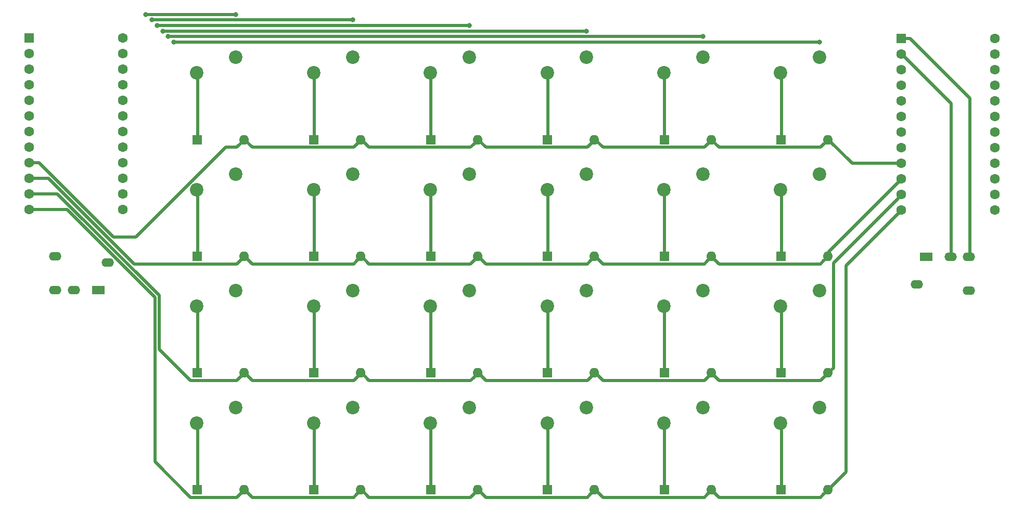
<source format=gbl>
G04 #@! TF.GenerationSoftware,KiCad,Pcbnew,(5.0.2)-1*
G04 #@! TF.CreationDate,2019-02-28T20:13:41+09:00*
G04 #@! TF.ProjectId,Keyboard,4b657962-6f61-4726-942e-6b696361645f,rev?*
G04 #@! TF.SameCoordinates,Original*
G04 #@! TF.FileFunction,Copper,L2,Bot*
G04 #@! TF.FilePolarity,Positive*
%FSLAX46Y46*%
G04 Gerber Fmt 4.6, Leading zero omitted, Abs format (unit mm)*
G04 Created by KiCad (PCBNEW (5.0.2)-1) date 2019/02/28 20:13:41*
%MOMM*%
%LPD*%
G01*
G04 APERTURE LIST*
G04 #@! TA.AperFunction,ComponentPad*
%ADD10C,2.200000*%
G04 #@! TD*
G04 #@! TA.AperFunction,ComponentPad*
%ADD11R,1.600000X1.600000*%
G04 #@! TD*
G04 #@! TA.AperFunction,ComponentPad*
%ADD12O,1.600000X1.600000*%
G04 #@! TD*
G04 #@! TA.AperFunction,ComponentPad*
%ADD13C,1.600000*%
G04 #@! TD*
G04 #@! TA.AperFunction,ComponentPad*
%ADD14O,2.000000X1.400000*%
G04 #@! TD*
G04 #@! TA.AperFunction,ComponentPad*
%ADD15R,2.000000X1.400000*%
G04 #@! TD*
G04 #@! TA.AperFunction,ViaPad*
%ADD16C,0.800000*%
G04 #@! TD*
G04 #@! TA.AperFunction,Conductor*
%ADD17C,0.500000*%
G04 #@! TD*
G04 APERTURE END LIST*
D10*
G04 #@! TO.P,K23,2*
G04 #@! TO.N,Net-(D23-Pad1)*
X33850000Y-68640000D03*
G04 #@! TO.P,K23,1*
G04 #@! TO.N,COL0*
X40200000Y-66100000D03*
G04 #@! TD*
G04 #@! TO.P,K24,1*
G04 #@! TO.N,COL1*
X59200000Y-66100000D03*
G04 #@! TO.P,K24,2*
G04 #@! TO.N,Net-(D24-Pad1)*
X52850000Y-68640000D03*
G04 #@! TD*
D11*
G04 #@! TO.P,D24,1*
G04 #@! TO.N,Net-(D24-Pad1)*
X52900000Y-79500000D03*
D12*
G04 #@! TO.P,D24,2*
G04 #@! TO.N,ROW3*
X60520000Y-79500000D03*
G04 #@! TD*
G04 #@! TO.P,D23,2*
G04 #@! TO.N,ROW3*
X41520000Y-79500000D03*
D11*
G04 #@! TO.P,D23,1*
G04 #@! TO.N,Net-(D23-Pad1)*
X33900000Y-79500000D03*
G04 #@! TD*
G04 #@! TO.P,U2,1*
G04 #@! TO.N,TX2*
X6580000Y-5930000D03*
D13*
G04 #@! TO.P,U2,2*
G04 #@! TO.N,RX2*
X6580000Y-8470000D03*
G04 #@! TO.P,U2,3*
G04 #@! TO.N,Net-(U2-Pad3)*
X6580000Y-11010000D03*
G04 #@! TO.P,U2,4*
G04 #@! TO.N,Net-(U2-Pad4)*
X6580000Y-13550000D03*
G04 #@! TO.P,U2,5*
G04 #@! TO.N,Net-(U2-Pad5)*
X6580000Y-16090000D03*
G04 #@! TO.P,U2,6*
G04 #@! TO.N,Net-(U2-Pad6)*
X6580000Y-18630000D03*
G04 #@! TO.P,U2,7*
G04 #@! TO.N,Net-(U2-Pad7)*
X6580000Y-21170000D03*
G04 #@! TO.P,U2,8*
G04 #@! TO.N,Net-(U2-Pad8)*
X6580000Y-23710000D03*
G04 #@! TO.P,U2,9*
G04 #@! TO.N,ROW0*
X6580000Y-26250000D03*
G04 #@! TO.P,U2,10*
G04 #@! TO.N,ROW1*
X6580000Y-28790000D03*
G04 #@! TO.P,U2,11*
G04 #@! TO.N,ROW2*
X6580000Y-31330000D03*
G04 #@! TO.P,U2,12*
G04 #@! TO.N,ROW3*
X6580000Y-33870000D03*
G04 #@! TO.P,U2,13*
G04 #@! TO.N,COL5*
X21820000Y-33870000D03*
G04 #@! TO.P,U2,14*
G04 #@! TO.N,COL4*
X21820000Y-31330000D03*
G04 #@! TO.P,U2,15*
G04 #@! TO.N,COL3*
X21820000Y-28790000D03*
G04 #@! TO.P,U2,16*
G04 #@! TO.N,COL2*
X21820000Y-26250000D03*
G04 #@! TO.P,U2,17*
G04 #@! TO.N,COL1*
X21820000Y-23710000D03*
G04 #@! TO.P,U2,18*
G04 #@! TO.N,COL0*
X21820000Y-21170000D03*
G04 #@! TO.P,U2,19*
G04 #@! TO.N,Net-(U2-Pad19)*
X21820000Y-18630000D03*
G04 #@! TO.P,U2,20*
G04 #@! TO.N,Net-(U2-Pad20)*
X21820000Y-16090000D03*
G04 #@! TO.P,U2,21*
G04 #@! TO.N,Net-(U2-Pad21)*
X21820000Y-13550000D03*
G04 #@! TO.P,U2,22*
G04 #@! TO.N,Net-(U2-Pad22)*
X21820000Y-11010000D03*
G04 #@! TO.P,U2,23*
G04 #@! TO.N,Net-(U2-Pad23)*
X21820000Y-8470000D03*
G04 #@! TO.P,U2,24*
G04 #@! TO.N,Net-(U2-Pad24)*
X21820000Y-5930000D03*
G04 #@! TD*
D10*
G04 #@! TO.P,K3,1*
G04 #@! TO.N,COL0*
X40200000Y-47100000D03*
G04 #@! TO.P,K3,2*
G04 #@! TO.N,Net-(D3-Pad1)*
X33850000Y-49640000D03*
G04 #@! TD*
G04 #@! TO.P,K7,1*
G04 #@! TO.N,COL2*
X78200000Y-9100000D03*
G04 #@! TO.P,K7,2*
G04 #@! TO.N,Net-(D7-Pad1)*
X71850000Y-11640000D03*
G04 #@! TD*
G04 #@! TO.P,K8,1*
G04 #@! TO.N,COL2*
X78200000Y-28100000D03*
G04 #@! TO.P,K8,2*
G04 #@! TO.N,Net-(D8-Pad1)*
X71850000Y-30640000D03*
G04 #@! TD*
D11*
G04 #@! TO.P,D2,1*
G04 #@! TO.N,Net-(D2-Pad1)*
X33900000Y-41500000D03*
D12*
G04 #@! TO.P,D2,2*
G04 #@! TO.N,ROW1*
X41520000Y-41500000D03*
G04 #@! TD*
D11*
G04 #@! TO.P,D7,1*
G04 #@! TO.N,Net-(D7-Pad1)*
X71900000Y-22500000D03*
D12*
G04 #@! TO.P,D7,2*
G04 #@! TO.N,ROW0*
X79520000Y-22500000D03*
G04 #@! TD*
D11*
G04 #@! TO.P,D10,1*
G04 #@! TO.N,Net-(D10-Pad1)*
X71900000Y-79500000D03*
D12*
G04 #@! TO.P,D10,2*
G04 #@! TO.N,ROW3*
X79520000Y-79500000D03*
G04 #@! TD*
G04 #@! TO.P,D9,2*
G04 #@! TO.N,ROW2*
X79520000Y-60500000D03*
D11*
G04 #@! TO.P,D9,1*
G04 #@! TO.N,Net-(D9-Pad1)*
X71900000Y-60500000D03*
G04 #@! TD*
G04 #@! TO.P,D16,1*
G04 #@! TO.N,Net-(D16-Pad1)*
X109900000Y-41500000D03*
D12*
G04 #@! TO.P,D16,2*
G04 #@! TO.N,ROW1*
X117520000Y-41500000D03*
G04 #@! TD*
D10*
G04 #@! TO.P,K4,2*
G04 #@! TO.N,Net-(D4-Pad1)*
X52850000Y-11640000D03*
G04 #@! TO.P,K4,1*
G04 #@! TO.N,COL1*
X59200000Y-9100000D03*
G04 #@! TD*
G04 #@! TO.P,K9,1*
G04 #@! TO.N,COL2*
X78200000Y-47100000D03*
G04 #@! TO.P,K9,2*
G04 #@! TO.N,Net-(D9-Pad1)*
X71850000Y-49640000D03*
G04 #@! TD*
G04 #@! TO.P,K5,1*
G04 #@! TO.N,COL1*
X59200000Y-28100000D03*
G04 #@! TO.P,K5,2*
G04 #@! TO.N,Net-(D5-Pad1)*
X52850000Y-30640000D03*
G04 #@! TD*
D12*
G04 #@! TO.P,D15,2*
G04 #@! TO.N,ROW0*
X117520000Y-22500000D03*
D11*
G04 #@! TO.P,D15,1*
G04 #@! TO.N,Net-(D15-Pad1)*
X109900000Y-22500000D03*
G04 #@! TD*
D12*
G04 #@! TO.P,D17,2*
G04 #@! TO.N,ROW2*
X117520000Y-60500000D03*
D11*
G04 #@! TO.P,D17,1*
G04 #@! TO.N,Net-(D17-Pad1)*
X109900000Y-60500000D03*
G04 #@! TD*
D12*
G04 #@! TO.P,D12,2*
G04 #@! TO.N,ROW1*
X98520000Y-41500000D03*
D11*
G04 #@! TO.P,D12,1*
G04 #@! TO.N,Net-(D12-Pad1)*
X90900000Y-41500000D03*
G04 #@! TD*
D12*
G04 #@! TO.P,D4,2*
G04 #@! TO.N,ROW0*
X60520000Y-22500000D03*
D11*
G04 #@! TO.P,D4,1*
G04 #@! TO.N,Net-(D4-Pad1)*
X52900000Y-22500000D03*
G04 #@! TD*
G04 #@! TO.P,D6,1*
G04 #@! TO.N,Net-(D6-Pad1)*
X52900000Y-60500000D03*
D12*
G04 #@! TO.P,D6,2*
G04 #@! TO.N,ROW2*
X60520000Y-60500000D03*
G04 #@! TD*
G04 #@! TO.P,D14,2*
G04 #@! TO.N,ROW3*
X98520000Y-79500000D03*
D11*
G04 #@! TO.P,D14,1*
G04 #@! TO.N,Net-(D14-Pad1)*
X90900000Y-79500000D03*
G04 #@! TD*
G04 #@! TO.P,D18,1*
G04 #@! TO.N,Net-(D18-Pad1)*
X109900000Y-79500000D03*
D12*
G04 #@! TO.P,D18,2*
G04 #@! TO.N,ROW3*
X117520000Y-79500000D03*
G04 #@! TD*
D11*
G04 #@! TO.P,D21,1*
G04 #@! TO.N,Net-(D21-Pad1)*
X128900000Y-60500000D03*
D12*
G04 #@! TO.P,D21,2*
G04 #@! TO.N,ROW2*
X136520000Y-60500000D03*
G04 #@! TD*
G04 #@! TO.P,D22,2*
G04 #@! TO.N,ROW3*
X136520000Y-79500000D03*
D11*
G04 #@! TO.P,D22,1*
G04 #@! TO.N,Net-(D22-Pad1)*
X128900000Y-79500000D03*
G04 #@! TD*
D12*
G04 #@! TO.P,D3,2*
G04 #@! TO.N,ROW2*
X41520000Y-60500000D03*
D11*
G04 #@! TO.P,D3,1*
G04 #@! TO.N,Net-(D3-Pad1)*
X33900000Y-60500000D03*
G04 #@! TD*
D10*
G04 #@! TO.P,K1,1*
G04 #@! TO.N,COL0*
X40200000Y-9100000D03*
G04 #@! TO.P,K1,2*
G04 #@! TO.N,Net-(D1-Pad1)*
X33850000Y-11640000D03*
G04 #@! TD*
G04 #@! TO.P,K2,2*
G04 #@! TO.N,Net-(D2-Pad1)*
X33850000Y-30640000D03*
G04 #@! TO.P,K2,1*
G04 #@! TO.N,COL0*
X40200000Y-28100000D03*
G04 #@! TD*
D11*
G04 #@! TO.P,D11,1*
G04 #@! TO.N,Net-(D11-Pad1)*
X90900000Y-22500000D03*
D12*
G04 #@! TO.P,D11,2*
G04 #@! TO.N,ROW0*
X98520000Y-22500000D03*
G04 #@! TD*
D10*
G04 #@! TO.P,K19,1*
G04 #@! TO.N,COL5*
X135200000Y-9100000D03*
G04 #@! TO.P,K19,2*
G04 #@! TO.N,Net-(D19-Pad1)*
X128850000Y-11640000D03*
G04 #@! TD*
D12*
G04 #@! TO.P,D20,2*
G04 #@! TO.N,ROW1*
X136520000Y-41500000D03*
D11*
G04 #@! TO.P,D20,1*
G04 #@! TO.N,Net-(D20-Pad1)*
X128900000Y-41500000D03*
G04 #@! TD*
G04 #@! TO.P,D8,1*
G04 #@! TO.N,Net-(D8-Pad1)*
X71900000Y-41500000D03*
D12*
G04 #@! TO.P,D8,2*
G04 #@! TO.N,ROW1*
X79520000Y-41500000D03*
G04 #@! TD*
D10*
G04 #@! TO.P,K6,2*
G04 #@! TO.N,Net-(D6-Pad1)*
X52850000Y-49640000D03*
G04 #@! TO.P,K6,1*
G04 #@! TO.N,COL1*
X59200000Y-47100000D03*
G04 #@! TD*
D12*
G04 #@! TO.P,D13,2*
G04 #@! TO.N,ROW2*
X98520000Y-60500000D03*
D11*
G04 #@! TO.P,D13,1*
G04 #@! TO.N,Net-(D13-Pad1)*
X90900000Y-60500000D03*
G04 #@! TD*
D10*
G04 #@! TO.P,K17,2*
G04 #@! TO.N,Net-(D17-Pad1)*
X109850000Y-49640000D03*
G04 #@! TO.P,K17,1*
G04 #@! TO.N,COL4*
X116200000Y-47100000D03*
G04 #@! TD*
D11*
G04 #@! TO.P,D1,1*
G04 #@! TO.N,Net-(D1-Pad1)*
X33900000Y-22500000D03*
D12*
G04 #@! TO.P,D1,2*
G04 #@! TO.N,ROW0*
X41520000Y-22500000D03*
G04 #@! TD*
G04 #@! TO.P,D5,2*
G04 #@! TO.N,ROW1*
X60520000Y-41500000D03*
D11*
G04 #@! TO.P,D5,1*
G04 #@! TO.N,Net-(D5-Pad1)*
X52900000Y-41500000D03*
G04 #@! TD*
G04 #@! TO.P,D19,1*
G04 #@! TO.N,Net-(D19-Pad1)*
X128900000Y-22500000D03*
D12*
G04 #@! TO.P,D19,2*
G04 #@! TO.N,ROW0*
X136520000Y-22500000D03*
G04 #@! TD*
D10*
G04 #@! TO.P,K14,1*
G04 #@! TO.N,COL3*
X97200000Y-66100000D03*
G04 #@! TO.P,K14,2*
G04 #@! TO.N,Net-(D14-Pad1)*
X90850000Y-68640000D03*
G04 #@! TD*
G04 #@! TO.P,K20,1*
G04 #@! TO.N,COL5*
X135200000Y-28100000D03*
G04 #@! TO.P,K20,2*
G04 #@! TO.N,Net-(D20-Pad1)*
X128850000Y-30640000D03*
G04 #@! TD*
G04 #@! TO.P,K22,2*
G04 #@! TO.N,Net-(D22-Pad1)*
X128850000Y-68640000D03*
G04 #@! TO.P,K22,1*
G04 #@! TO.N,COL5*
X135200000Y-66100000D03*
G04 #@! TD*
G04 #@! TO.P,K12,2*
G04 #@! TO.N,Net-(D12-Pad1)*
X90850000Y-30640000D03*
G04 #@! TO.P,K12,1*
G04 #@! TO.N,COL3*
X97200000Y-28100000D03*
G04 #@! TD*
G04 #@! TO.P,K11,2*
G04 #@! TO.N,Net-(D11-Pad1)*
X90850000Y-11640000D03*
G04 #@! TO.P,K11,1*
G04 #@! TO.N,COL3*
X97200000Y-9100000D03*
G04 #@! TD*
G04 #@! TO.P,K10,2*
G04 #@! TO.N,Net-(D10-Pad1)*
X71850000Y-68640000D03*
G04 #@! TO.P,K10,1*
G04 #@! TO.N,COL2*
X78200000Y-66100000D03*
G04 #@! TD*
G04 #@! TO.P,K15,1*
G04 #@! TO.N,COL4*
X116200000Y-9100000D03*
G04 #@! TO.P,K15,2*
G04 #@! TO.N,Net-(D15-Pad1)*
X109850000Y-11640000D03*
G04 #@! TD*
D13*
G04 #@! TO.P,U1,24*
G04 #@! TO.N,Net-(U1-Pad24)*
X163720000Y-6030000D03*
G04 #@! TO.P,U1,23*
G04 #@! TO.N,Net-(U1-Pad23)*
X163720000Y-8570000D03*
G04 #@! TO.P,U1,22*
G04 #@! TO.N,Net-(U1-Pad22)*
X163720000Y-11110000D03*
G04 #@! TO.P,U1,21*
G04 #@! TO.N,Net-(U1-Pad21)*
X163720000Y-13650000D03*
G04 #@! TO.P,U1,20*
G04 #@! TO.N,Net-(U1-Pad20)*
X163720000Y-16190000D03*
G04 #@! TO.P,U1,19*
G04 #@! TO.N,Net-(U1-Pad19)*
X163720000Y-18730000D03*
G04 #@! TO.P,U1,18*
G04 #@! TO.N,COL0*
X163720000Y-21270000D03*
G04 #@! TO.P,U1,17*
G04 #@! TO.N,COL1*
X163720000Y-23810000D03*
G04 #@! TO.P,U1,16*
G04 #@! TO.N,COL2*
X163720000Y-26350000D03*
G04 #@! TO.P,U1,15*
G04 #@! TO.N,COL3*
X163720000Y-28890000D03*
G04 #@! TO.P,U1,14*
G04 #@! TO.N,COL4*
X163720000Y-31430000D03*
G04 #@! TO.P,U1,13*
G04 #@! TO.N,COL5*
X163720000Y-33970000D03*
G04 #@! TO.P,U1,12*
G04 #@! TO.N,ROW3*
X148480000Y-33970000D03*
G04 #@! TO.P,U1,11*
G04 #@! TO.N,ROW2*
X148480000Y-31430000D03*
G04 #@! TO.P,U1,10*
G04 #@! TO.N,ROW1*
X148480000Y-28890000D03*
G04 #@! TO.P,U1,9*
G04 #@! TO.N,ROW0*
X148480000Y-26350000D03*
G04 #@! TO.P,U1,8*
G04 #@! TO.N,Net-(U1-Pad8)*
X148480000Y-23810000D03*
G04 #@! TO.P,U1,7*
G04 #@! TO.N,Net-(U1-Pad7)*
X148480000Y-21270000D03*
G04 #@! TO.P,U1,6*
G04 #@! TO.N,Net-(U1-Pad6)*
X148480000Y-18730000D03*
G04 #@! TO.P,U1,5*
G04 #@! TO.N,Net-(U1-Pad5)*
X148480000Y-16190000D03*
G04 #@! TO.P,U1,4*
G04 #@! TO.N,Net-(U1-Pad4)*
X148480000Y-13650000D03*
G04 #@! TO.P,U1,3*
G04 #@! TO.N,Net-(U1-Pad3)*
X148480000Y-11110000D03*
G04 #@! TO.P,U1,2*
G04 #@! TO.N,RX1*
X148480000Y-8570000D03*
D11*
G04 #@! TO.P,U1,1*
G04 #@! TO.N,TX1*
X148480000Y-6030000D03*
G04 #@! TD*
D10*
G04 #@! TO.P,K16,2*
G04 #@! TO.N,Net-(D16-Pad1)*
X109850000Y-30640000D03*
G04 #@! TO.P,K16,1*
G04 #@! TO.N,COL4*
X116200000Y-28100000D03*
G04 #@! TD*
G04 #@! TO.P,K18,2*
G04 #@! TO.N,Net-(D18-Pad1)*
X109850000Y-68640000D03*
G04 #@! TO.P,K18,1*
G04 #@! TO.N,COL4*
X116200000Y-66100000D03*
G04 #@! TD*
G04 #@! TO.P,K13,1*
G04 #@! TO.N,COL3*
X97200000Y-47100000D03*
G04 #@! TO.P,K13,2*
G04 #@! TO.N,Net-(D13-Pad1)*
X90850000Y-49640000D03*
G04 #@! TD*
G04 #@! TO.P,K21,2*
G04 #@! TO.N,Net-(D21-Pad1)*
X128850000Y-49640000D03*
G04 #@! TO.P,K21,1*
G04 #@! TO.N,COL5*
X135200000Y-47100000D03*
G04 #@! TD*
D14*
G04 #@! TO.P,J1,R2*
G04 #@! TO.N,TX1*
X159500000Y-41600000D03*
G04 #@! TO.P,J1,R1*
G04 #@! TO.N,RX1*
X156500000Y-41600000D03*
D15*
G04 #@! TO.P,J1,T*
G04 #@! TO.N,Net-(J1-PadT)*
X152500000Y-41600000D03*
D14*
G04 #@! TO.P,J1,S*
G04 #@! TO.N,Net-(J1-PadS)*
X151000000Y-46100000D03*
G04 #@! TO.P,J1,*
G04 #@! TO.N,*
X159500000Y-47100000D03*
G04 #@! TD*
G04 #@! TO.P,J2,*
G04 #@! TO.N,*
X10800000Y-41500000D03*
G04 #@! TO.P,J2,S*
G04 #@! TO.N,Net-(J2-PadS)*
X19300000Y-42500000D03*
D15*
G04 #@! TO.P,J2,T*
G04 #@! TO.N,Net-(J2-PadT)*
X17800000Y-47000000D03*
D14*
G04 #@! TO.P,J2,R1*
G04 #@! TO.N,TX2*
X13800000Y-47000000D03*
G04 #@! TO.P,J2,R2*
G04 #@! TO.N,RX2*
X10800000Y-47000000D03*
G04 #@! TD*
D16*
G04 #@! TO.N,COL0*
X40200000Y-2100000D03*
X25550000Y-2100000D03*
G04 #@! TO.N,COL1*
X59200000Y-3000000D03*
X26500000Y-3000000D03*
G04 #@! TO.N,COL2*
X78200000Y-3900000D03*
X27400000Y-3900000D03*
G04 #@! TO.N,COL3*
X97200000Y-4800000D03*
X28300000Y-4800000D03*
G04 #@! TO.N,COL4*
X116200000Y-5700000D03*
X29200000Y-5700000D03*
G04 #@! TO.N,COL5*
X135200000Y-6600000D03*
X30100000Y-6600000D03*
G04 #@! TD*
D17*
G04 #@! TO.N,ROW0*
X59820001Y-23299999D02*
X60620000Y-22500000D01*
X59369999Y-23750001D02*
X59820001Y-23299999D01*
X42870001Y-23750001D02*
X59369999Y-23750001D01*
X41620000Y-22500000D02*
X42870001Y-23750001D01*
X60620000Y-22500000D02*
X61870001Y-23750001D01*
X78820001Y-23299999D02*
X79620000Y-22500000D01*
X61870001Y-23750001D02*
X78369999Y-23750001D01*
X78369999Y-23750001D02*
X78820001Y-23299999D01*
X80870001Y-23750001D02*
X97369999Y-23750001D01*
X97820001Y-23299999D02*
X98620000Y-22500000D01*
X79620000Y-22500000D02*
X80870001Y-23750001D01*
X97369999Y-23750001D02*
X97820001Y-23299999D01*
X116860001Y-23299999D02*
X117660000Y-22500000D01*
X116409999Y-23750001D02*
X116860001Y-23299999D01*
X99910001Y-23750001D02*
X116409999Y-23750001D01*
X98660000Y-22500000D02*
X99910001Y-23750001D01*
X117580000Y-22500000D02*
X118830001Y-23750001D01*
X135329999Y-23750001D02*
X135780001Y-23299999D01*
X135780001Y-23299999D02*
X136580000Y-22500000D01*
X118830001Y-23750001D02*
X135329999Y-23750001D01*
X140470000Y-26350000D02*
X148580000Y-26350000D01*
X136620000Y-22500000D02*
X140470000Y-26350000D01*
X8150000Y-26250000D02*
X6680000Y-26250000D01*
X20300000Y-38400000D02*
X8150000Y-26250000D01*
X23895998Y-38400000D02*
X20300000Y-38400000D01*
X38545997Y-23750001D02*
X23895998Y-38400000D01*
X40369999Y-23750001D02*
X38545997Y-23750001D01*
X41620000Y-22500000D02*
X40369999Y-23750001D01*
G04 #@! TO.N,Net-(D1-Pad1)*
X33950000Y-11640000D02*
X33950000Y-22600000D01*
G04 #@! TO.N,ROW1*
X59820001Y-42299999D02*
X60620000Y-41500000D01*
X59369999Y-42750001D02*
X59820001Y-42299999D01*
X41620000Y-41500000D02*
X42870001Y-42750001D01*
X42870001Y-42750001D02*
X59369999Y-42750001D01*
X60620000Y-41500000D02*
X61870001Y-42750001D01*
X78820001Y-42299999D02*
X79620000Y-41500000D01*
X61870001Y-42750001D02*
X78369999Y-42750001D01*
X78369999Y-42750001D02*
X78820001Y-42299999D01*
X80890001Y-42750001D02*
X97389999Y-42750001D01*
X79640000Y-41500000D02*
X80890001Y-42750001D01*
X97389999Y-42750001D02*
X97840001Y-42299999D01*
X97840001Y-42299999D02*
X98640000Y-41500000D01*
X98660000Y-41500000D02*
X99910001Y-42750001D01*
X116860001Y-42299999D02*
X117660000Y-41500000D01*
X116409999Y-42750001D02*
X116860001Y-42299999D01*
X99910001Y-42750001D02*
X116409999Y-42750001D01*
X117580000Y-41500000D02*
X118830001Y-42750001D01*
X135329999Y-42750001D02*
X135780001Y-42299999D01*
X135780001Y-42299999D02*
X136580000Y-41500000D01*
X118830001Y-42750001D02*
X135329999Y-42750001D01*
X136620000Y-40850000D02*
X136620000Y-41500000D01*
X148580000Y-28890000D02*
X136620000Y-40850000D01*
X40369999Y-42750001D02*
X41620000Y-41500000D01*
X23650001Y-42750001D02*
X40369999Y-42750001D01*
X6680000Y-28790000D02*
X9690000Y-28790000D01*
X9690000Y-28790000D02*
X23650001Y-42750001D01*
G04 #@! TO.N,Net-(D2-Pad1)*
X33950000Y-30640000D02*
X33950000Y-41600000D01*
G04 #@! TO.N,Net-(D3-Pad1)*
X33950000Y-49640000D02*
X33950000Y-60600000D01*
G04 #@! TO.N,ROW2*
X42870001Y-61750001D02*
X59369999Y-61750001D01*
X41620000Y-60500000D02*
X42870001Y-61750001D01*
X59820001Y-61299999D02*
X60620000Y-60500000D01*
X59369999Y-61750001D02*
X59820001Y-61299999D01*
X61870001Y-61750001D02*
X78369999Y-61750001D01*
X60620000Y-60500000D02*
X61870001Y-61750001D01*
X78369999Y-61750001D02*
X78820001Y-61299999D01*
X78820001Y-61299999D02*
X79620000Y-60500000D01*
X97840001Y-61299999D02*
X98640000Y-60500000D01*
X80890001Y-61750001D02*
X97389999Y-61750001D01*
X79640000Y-60500000D02*
X80890001Y-61750001D01*
X97389999Y-61750001D02*
X97840001Y-61299999D01*
X116429999Y-61750001D02*
X116880001Y-61299999D01*
X116880001Y-61299999D02*
X117680000Y-60500000D01*
X98680000Y-60500000D02*
X99930001Y-61750001D01*
X99930001Y-61750001D02*
X116429999Y-61750001D01*
X117580000Y-60500000D02*
X118830001Y-61750001D01*
X118830001Y-61750001D02*
X135329999Y-61750001D01*
X135780001Y-61299999D02*
X136580000Y-60500000D01*
X135329999Y-61750001D02*
X135780001Y-61299999D01*
X7811370Y-31330000D02*
X6680000Y-31330000D01*
X27700000Y-56610002D02*
X27700000Y-47883676D01*
X32839999Y-61750001D02*
X27700000Y-56610002D01*
X27700000Y-47883676D02*
X11146324Y-31330000D01*
X40369999Y-61750001D02*
X32839999Y-61750001D01*
X11146324Y-31330000D02*
X7811370Y-31330000D01*
X41620000Y-60500000D02*
X40369999Y-61750001D01*
X147780001Y-32229999D02*
X148580000Y-31430000D01*
X137419999Y-42590001D02*
X147780001Y-32229999D01*
X137419999Y-59700001D02*
X137419999Y-42590001D01*
X136620000Y-60500000D02*
X137419999Y-59700001D01*
G04 #@! TO.N,Net-(D4-Pad1)*
X52950000Y-11640000D02*
X52950000Y-22600000D01*
G04 #@! TO.N,Net-(D5-Pad1)*
X52950000Y-30640000D02*
X52950000Y-41600000D01*
G04 #@! TO.N,Net-(D6-Pad1)*
X52950000Y-49640000D02*
X52950000Y-60600000D01*
G04 #@! TO.N,Net-(D7-Pad1)*
X71950000Y-11640000D02*
X71950000Y-22500000D01*
G04 #@! TO.N,Net-(D8-Pad1)*
X71950000Y-30640000D02*
X71950000Y-41500000D01*
G04 #@! TO.N,Net-(D9-Pad1)*
X71950000Y-49640000D02*
X71950000Y-60500000D01*
G04 #@! TO.N,ROW3*
X80910001Y-80750001D02*
X97409999Y-80750001D01*
X97860001Y-80299999D02*
X98660000Y-79500000D01*
X97409999Y-80750001D02*
X97860001Y-80299999D01*
X79660000Y-79500000D02*
X80910001Y-80750001D01*
X99930001Y-80750001D02*
X116429999Y-80750001D01*
X116880001Y-80299999D02*
X117680000Y-79500000D01*
X116429999Y-80750001D02*
X116880001Y-80299999D01*
X98680000Y-79500000D02*
X99930001Y-80750001D01*
X135329999Y-80750001D02*
X135780001Y-80299999D01*
X117580000Y-79500000D02*
X118830001Y-80750001D01*
X118830001Y-80750001D02*
X135329999Y-80750001D01*
X135780001Y-80299999D02*
X136580000Y-79500000D01*
X59820001Y-80299999D02*
X60620000Y-79500000D01*
X59369999Y-80750001D02*
X59820001Y-80299999D01*
X42870001Y-80750001D02*
X59369999Y-80750001D01*
X41620000Y-79500000D02*
X42870001Y-80750001D01*
X78820001Y-80299999D02*
X79620000Y-79500000D01*
X78369999Y-80750001D02*
X78820001Y-80299999D01*
X61870001Y-80750001D02*
X78369999Y-80750001D01*
X60620000Y-79500000D02*
X61870001Y-80750001D01*
X40820001Y-80299999D02*
X41620000Y-79500000D01*
X6680000Y-33870000D02*
X12696360Y-33870000D01*
X12696360Y-33870000D02*
X26999989Y-48173629D01*
X26999989Y-48173629D02*
X26999989Y-74909991D01*
X26999989Y-74909991D02*
X32839999Y-80750001D01*
X32839999Y-80750001D02*
X40369999Y-80750001D01*
X40369999Y-80750001D02*
X40820001Y-80299999D01*
X148580000Y-33970000D02*
X139750000Y-42800000D01*
X139520000Y-43030000D02*
X139750000Y-42800000D01*
X139520000Y-76600000D02*
X139520000Y-43030000D01*
X139520000Y-76600000D02*
X136620000Y-79500000D01*
G04 #@! TO.N,Net-(D10-Pad1)*
X71950000Y-68640000D02*
X71950000Y-79500000D01*
G04 #@! TO.N,Net-(D11-Pad1)*
X90950000Y-11640000D02*
X90950000Y-22500000D01*
G04 #@! TO.N,Net-(D12-Pad1)*
X90950000Y-30640000D02*
X90950000Y-41500000D01*
G04 #@! TO.N,Net-(D13-Pad1)*
X90950000Y-49640000D02*
X90950000Y-60500000D01*
G04 #@! TO.N,Net-(D14-Pad1)*
X90950000Y-68640000D02*
X90950000Y-79500000D01*
G04 #@! TO.N,Net-(D15-Pad1)*
X109950000Y-11640000D02*
X109950000Y-22500000D01*
G04 #@! TO.N,Net-(D16-Pad1)*
X109950000Y-30640000D02*
X109950000Y-41500000D01*
G04 #@! TO.N,Net-(D17-Pad1)*
X109950000Y-49640000D02*
X109950000Y-60500000D01*
G04 #@! TO.N,Net-(D18-Pad1)*
X109950000Y-68640000D02*
X109950000Y-79500000D01*
G04 #@! TO.N,Net-(D19-Pad1)*
X128950000Y-11640000D02*
X128950000Y-22500000D01*
G04 #@! TO.N,Net-(D20-Pad1)*
X128950000Y-30640000D02*
X128950000Y-41500000D01*
G04 #@! TO.N,Net-(D21-Pad1)*
X128950000Y-49640000D02*
X128950000Y-60500000D01*
G04 #@! TO.N,Net-(D22-Pad1)*
X128950000Y-68640000D02*
X128950000Y-79500000D01*
G04 #@! TO.N,COL0*
X26215695Y-2099990D02*
X33300000Y-2099990D01*
X25650000Y-2100000D02*
X26215685Y-2100000D01*
X33300000Y-2099990D02*
X40300000Y-2099990D01*
G04 #@! TO.N,COL1*
X27165685Y-3000000D02*
X33890000Y-3000000D01*
X26600000Y-3000000D02*
X27165685Y-3000000D01*
X59300000Y-3000000D02*
X33890000Y-3000000D01*
X33890000Y-3000000D02*
X32930850Y-3000000D01*
G04 #@! TO.N,COL2*
X78300000Y-3900000D02*
X77734315Y-3900000D01*
X28065685Y-3900000D02*
X34590000Y-3900000D01*
X27500000Y-3900000D02*
X28065685Y-3900000D01*
X77734315Y-3900000D02*
X34590000Y-3900000D01*
X34590000Y-3900000D02*
X33800000Y-3900000D01*
G04 #@! TO.N,COL3*
X35400000Y-4800000D02*
X97300000Y-4800000D01*
X28400000Y-4800000D02*
X35400000Y-4800000D01*
G04 #@! TO.N,COL4*
X115734315Y-5700000D02*
X116300000Y-5700000D01*
X29300000Y-5700000D02*
X115734315Y-5700000D01*
G04 #@! TO.N,COL5*
X37600000Y-6600000D02*
X135300000Y-6600000D01*
X30200000Y-6600000D02*
X37600000Y-6600000D01*
G04 #@! TO.N,Net-(D23-Pad1)*
X33950000Y-68640000D02*
X33950000Y-79500000D01*
G04 #@! TO.N,Net-(D24-Pad1)*
X52950000Y-68640000D02*
X52950000Y-79500000D01*
G04 #@! TO.N,TX1*
X159600000Y-40400000D02*
X159600000Y-41600000D01*
X159600000Y-15750000D02*
X159600000Y-40400000D01*
X149880000Y-6030000D02*
X159600000Y-15750000D01*
X148580000Y-6030000D02*
X149880000Y-6030000D01*
G04 #@! TO.N,RX1*
X156600000Y-16590000D02*
X156600000Y-41600000D01*
X148580000Y-8570000D02*
X156600000Y-16590000D01*
G04 #@! TD*
M02*

</source>
